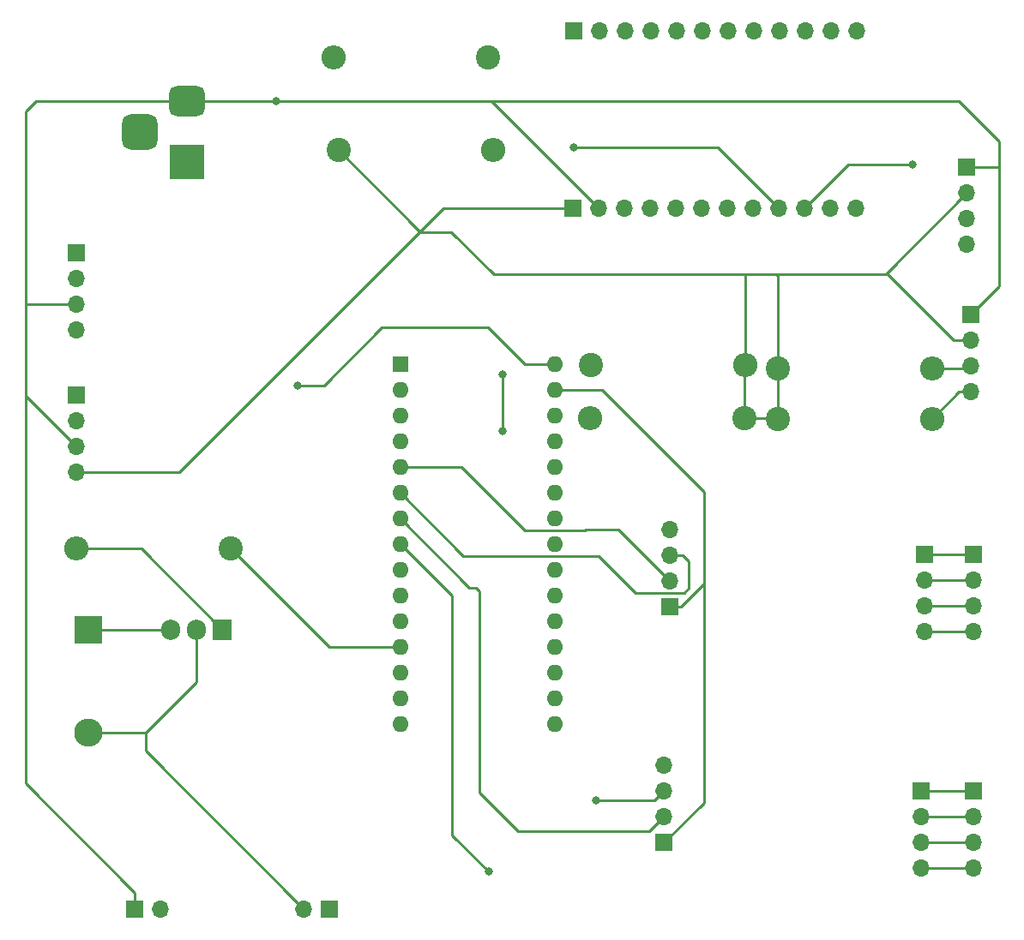
<source format=gbr>
%TF.GenerationSoftware,KiCad,Pcbnew,(6.0.9)*%
%TF.CreationDate,2023-05-30T21:41:48+01:00*%
%TF.ProjectId,UDSWB_MAINBOARD,55445357-425f-44d4-9149-4e424f415244,rev?*%
%TF.SameCoordinates,Original*%
%TF.FileFunction,Copper,L1,Top*%
%TF.FilePolarity,Positive*%
%FSLAX46Y46*%
G04 Gerber Fmt 4.6, Leading zero omitted, Abs format (unit mm)*
G04 Created by KiCad (PCBNEW (6.0.9)) date 2023-05-30 21:41:48*
%MOMM*%
%LPD*%
G01*
G04 APERTURE LIST*
G04 Aperture macros list*
%AMRoundRect*
0 Rectangle with rounded corners*
0 $1 Rounding radius*
0 $2 $3 $4 $5 $6 $7 $8 $9 X,Y pos of 4 corners*
0 Add a 4 corners polygon primitive as box body*
4,1,4,$2,$3,$4,$5,$6,$7,$8,$9,$2,$3,0*
0 Add four circle primitives for the rounded corners*
1,1,$1+$1,$2,$3*
1,1,$1+$1,$4,$5*
1,1,$1+$1,$6,$7*
1,1,$1+$1,$8,$9*
0 Add four rect primitives between the rounded corners*
20,1,$1+$1,$2,$3,$4,$5,0*
20,1,$1+$1,$4,$5,$6,$7,0*
20,1,$1+$1,$6,$7,$8,$9,0*
20,1,$1+$1,$8,$9,$2,$3,0*%
G04 Aperture macros list end*
%TA.AperFunction,ComponentPad*%
%ADD10R,1.700000X1.700000*%
%TD*%
%TA.AperFunction,ComponentPad*%
%ADD11O,1.700000X1.700000*%
%TD*%
%TA.AperFunction,ComponentPad*%
%ADD12C,2.400000*%
%TD*%
%TA.AperFunction,ComponentPad*%
%ADD13O,2.400000X2.400000*%
%TD*%
%TA.AperFunction,ComponentPad*%
%ADD14O,1.905000X2.000000*%
%TD*%
%TA.AperFunction,ComponentPad*%
%ADD15R,1.905000X2.000000*%
%TD*%
%TA.AperFunction,ComponentPad*%
%ADD16R,3.500000X3.500000*%
%TD*%
%TA.AperFunction,ComponentPad*%
%ADD17RoundRect,0.750000X-1.000000X0.750000X-1.000000X-0.750000X1.000000X-0.750000X1.000000X0.750000X0*%
%TD*%
%TA.AperFunction,ComponentPad*%
%ADD18RoundRect,0.875000X-0.875000X0.875000X-0.875000X-0.875000X0.875000X-0.875000X0.875000X0.875000X0*%
%TD*%
%TA.AperFunction,ComponentPad*%
%ADD19R,2.800000X2.800000*%
%TD*%
%TA.AperFunction,ComponentPad*%
%ADD20O,2.800000X2.800000*%
%TD*%
%TA.AperFunction,ComponentPad*%
%ADD21R,1.600000X1.600000*%
%TD*%
%TA.AperFunction,ComponentPad*%
%ADD22O,1.600000X1.600000*%
%TD*%
%TA.AperFunction,ViaPad*%
%ADD23C,0.800000*%
%TD*%
%TA.AperFunction,Conductor*%
%ADD24C,0.250000*%
%TD*%
G04 APERTURE END LIST*
D10*
%TO.P,J5,1,Pin_1*%
%TO.N,/GND*%
X105575000Y-102925000D03*
D11*
%TO.P,J5,2,Pin_2*%
%TO.N,/UF_DT*%
X105575000Y-100385000D03*
%TO.P,J5,3,Pin_3*%
%TO.N,/UF_SCK*%
X105575000Y-97845000D03*
%TO.P,J5,4,Pin_4*%
%TO.N,/VCC_5DC*%
X105575000Y-95305000D03*
%TD*%
D10*
%TO.P,Pump Switch,1,A*%
%TO.N,/GND*%
X52800000Y-132800000D03*
D11*
%TO.P,Pump Switch,2,B*%
%TO.N,Net-(D1-Pad1)*%
X55340000Y-132800000D03*
%TD*%
D12*
%TO.P,R7,1*%
%TO.N,/VCC_3.3DC*%
X116230000Y-79350000D03*
D13*
%TO.P,R7,2*%
%TO.N,Net-(J12-Pad3)*%
X131470000Y-79350000D03*
%TD*%
D12*
%TO.P,R6,1*%
%TO.N,/VCC_3.3DC*%
X116230000Y-84350000D03*
D13*
%TO.P,R6,2*%
%TO.N,Net-(J12-Pad4)*%
X131470000Y-84350000D03*
%TD*%
D12*
%TO.P,R5,1*%
%TO.N,/VCC_3.3DC*%
X112995000Y-84275000D03*
D13*
%TO.P,R5,2*%
%TO.N,Net-(J11-Pad3)*%
X97755000Y-84275000D03*
%TD*%
D12*
%TO.P,R4,1*%
%TO.N,/MUX_SCL*%
X97825000Y-79025000D03*
D13*
%TO.P,R4,2*%
%TO.N,/VCC_3.3DC*%
X113065000Y-79025000D03*
%TD*%
D12*
%TO.P,R3,1*%
%TO.N,/VCC_3.3DC*%
X72875000Y-57825000D03*
D13*
%TO.P,R3,2*%
%TO.N,Net-(J11-Pad4)*%
X88115000Y-57825000D03*
%TD*%
D12*
%TO.P,R2,1*%
%TO.N,/MUX_SDA*%
X87645000Y-48675000D03*
D13*
%TO.P,R2,2*%
%TO.N,/VCC_3.3DC*%
X72405000Y-48675000D03*
%TD*%
D12*
%TO.P,R1,1*%
%TO.N,/MOTOR_PWM*%
X62200000Y-97200000D03*
D13*
%TO.P,R1,2*%
%TO.N,Net-(Q1-Pad1)*%
X46960000Y-97200000D03*
%TD*%
D14*
%TO.P,Q1,3,E*%
%TO.N,Net-(D1-Pad1)*%
X56320000Y-105200000D03*
%TO.P,Q1,2,C*%
%TO.N,Net-(D1-Pad2)*%
X58860000Y-105200000D03*
D15*
%TO.P,Q1,1,B*%
%TO.N,Net-(Q1-Pad1)*%
X61400000Y-105200000D03*
%TD*%
D10*
%TO.P,J14,1,Pin_1*%
%TO.N,unconnected-(J14-Pad1)*%
X96100000Y-46000000D03*
D11*
%TO.P,J14,2,Pin_2*%
%TO.N,unconnected-(J14-Pad2)*%
X98640000Y-46000000D03*
%TO.P,J14,3,Pin_3*%
%TO.N,unconnected-(J14-Pad3)*%
X101180000Y-46000000D03*
%TO.P,J14,4,Pin_4*%
%TO.N,unconnected-(J14-Pad4)*%
X103720000Y-46000000D03*
%TO.P,J14,5,Pin_5*%
%TO.N,unconnected-(J14-Pad5)*%
X106260000Y-46000000D03*
%TO.P,J14,6,Pin_6*%
%TO.N,unconnected-(J14-Pad6)*%
X108800000Y-46000000D03*
%TO.P,J14,7,Pin_7*%
%TO.N,unconnected-(J14-Pad7)*%
X111340000Y-46000000D03*
%TO.P,J14,8,Pin_8*%
%TO.N,unconnected-(J14-Pad8)*%
X113880000Y-46000000D03*
%TO.P,J14,9,Pin_9*%
%TO.N,unconnected-(J14-Pad9)*%
X116420000Y-46000000D03*
%TO.P,J14,10,Pin_10*%
%TO.N,unconnected-(J14-Pad10)*%
X118960000Y-46000000D03*
%TO.P,J14,11,Pin_11*%
%TO.N,unconnected-(J14-Pad11)*%
X121500000Y-46000000D03*
%TO.P,J14,12,Pin_12*%
%TO.N,unconnected-(J14-Pad12)*%
X124040000Y-46000000D03*
%TD*%
D10*
%TO.P,J13,1,Pin_1*%
%TO.N,/VCC_3.3DC*%
X96000000Y-63600000D03*
D11*
%TO.P,J13,2,Pin_2*%
%TO.N,/GND*%
X98540000Y-63600000D03*
%TO.P,J13,3,Pin_3*%
%TO.N,/MUX_SDA*%
X101080000Y-63600000D03*
%TO.P,J13,4,Pin_4*%
%TO.N,/MUX_SCL*%
X103620000Y-63600000D03*
%TO.P,J13,5,Pin_5*%
%TO.N,unconnected-(J13-Pad5)*%
X106160000Y-63600000D03*
%TO.P,J13,6,Pin_6*%
%TO.N,unconnected-(J13-Pad6)*%
X108700000Y-63600000D03*
%TO.P,J13,7,Pin_7*%
%TO.N,unconnected-(J13-Pad7)*%
X111240000Y-63600000D03*
%TO.P,J13,8,Pin_8*%
%TO.N,unconnected-(J13-Pad8)*%
X113780000Y-63600000D03*
%TO.P,J13,9,Pin_9*%
%TO.N,Net-(J11-Pad4)*%
X116320000Y-63600000D03*
%TO.P,J13,10,Pin_10*%
%TO.N,Net-(J11-Pad3)*%
X118860000Y-63600000D03*
%TO.P,J13,11,Pin_11*%
%TO.N,Net-(J12-Pad4)*%
X121400000Y-63600000D03*
%TO.P,J13,12,Pin_12*%
%TO.N,Net-(J12-Pad3)*%
X123940000Y-63600000D03*
%TD*%
D10*
%TO.P,J12,1,Pin_1*%
%TO.N,/GND*%
X135275000Y-74050000D03*
D11*
%TO.P,J12,2,Pin_2*%
%TO.N,/VCC_3.3DC*%
X135275000Y-76590000D03*
%TO.P,J12,3,Pin_3*%
%TO.N,Net-(J12-Pad3)*%
X135275000Y-79130000D03*
%TO.P,J12,4,Pin_4*%
%TO.N,Net-(J12-Pad4)*%
X135275000Y-81670000D03*
%TD*%
D10*
%TO.P,J11,1,Pin_1*%
%TO.N,/GND*%
X134900000Y-59525000D03*
D11*
%TO.P,J11,2,Pin_2*%
%TO.N,/VCC_3.3DC*%
X134900000Y-62065000D03*
%TO.P,J11,3,Pin_3*%
%TO.N,Net-(J11-Pad3)*%
X134900000Y-64605000D03*
%TO.P,J11,4,Pin_4*%
%TO.N,Net-(J11-Pad4)*%
X134900000Y-67145000D03*
%TD*%
D10*
%TO.P,PUMP,1,Pin_1*%
%TO.N,/VCC_12DC*%
X72000000Y-132800000D03*
D11*
%TO.P,PUMP,2,Pin_2*%
%TO.N,Net-(D1-Pad2)*%
X69460000Y-132800000D03*
%TD*%
D10*
%TO.P,J9,1,Pin_1*%
%TO.N,unconnected-(J9-Pad1)*%
X47000000Y-82000000D03*
D11*
%TO.P,J9,2,Pin_2*%
%TO.N,/VCC_12DC*%
X47000000Y-84540000D03*
%TO.P,J9,3,Pin_3*%
%TO.N,/GND*%
X47000000Y-87080000D03*
%TO.P,J9,4,Pin_4*%
%TO.N,/VCC_3.3DC*%
X47000000Y-89620000D03*
%TD*%
D10*
%TO.P,J8,1,Pin_1*%
%TO.N,unconnected-(J8-Pad1)*%
X47000000Y-68000000D03*
D11*
%TO.P,J8,2,Pin_2*%
%TO.N,/VCC_12DC*%
X47000000Y-70540000D03*
%TO.P,J8,3,Pin_3*%
%TO.N,/GND*%
X47000000Y-73080000D03*
%TO.P,J8,4,Pin_4*%
%TO.N,/VCC_5DC*%
X47000000Y-75620000D03*
%TD*%
D16*
%TO.P,J7,1*%
%TO.N,/VCC_12DC*%
X57957500Y-59000000D03*
D17*
%TO.P,J7,2*%
%TO.N,/GND*%
X57957500Y-53000000D03*
D18*
%TO.P,J7,3*%
%TO.N,N/C*%
X53257500Y-56000000D03*
%TD*%
D11*
%TO.P,J6,4,Pin_4*%
%TO.N,/VCC_5DC*%
X105025000Y-118600000D03*
%TO.P,J6,3,Pin_3*%
%TO.N,/VI_SCK*%
X105025000Y-121140000D03*
%TO.P,J6,2,Pin_2*%
%TO.N,/VI_DT*%
X105025000Y-123680000D03*
D10*
%TO.P,J6,1,Pin_1*%
%TO.N,/GND*%
X105025000Y-126220000D03*
%TD*%
%TO.P,J4,1,Pin_1*%
%TO.N,Net-(J2-Pad1)*%
X130375000Y-121150000D03*
D11*
%TO.P,J4,2,Pin_2*%
%TO.N,Net-(J2-Pad2)*%
X130375000Y-123690000D03*
%TO.P,J4,3,Pin_3*%
%TO.N,Net-(J2-Pad3)*%
X130375000Y-126230000D03*
%TO.P,J4,4,Pin_4*%
%TO.N,Net-(J2-Pad4)*%
X130375000Y-128770000D03*
%TD*%
D10*
%TO.P,J3,1,Pin_1*%
%TO.N,Net-(J1-Pad1)*%
X130775000Y-97800000D03*
D11*
%TO.P,J3,2,Pin_2*%
%TO.N,Net-(J1-Pad2)*%
X130775000Y-100340000D03*
%TO.P,J3,3,Pin_3*%
%TO.N,Net-(J1-Pad3)*%
X130775000Y-102880000D03*
%TO.P,J3,4,Pin_4*%
%TO.N,Net-(J1-Pad4)*%
X130775000Y-105420000D03*
%TD*%
D10*
%TO.P,J2,1,Pin_1*%
%TO.N,Net-(J2-Pad1)*%
X135575000Y-121150000D03*
D11*
%TO.P,J2,2,Pin_2*%
%TO.N,Net-(J2-Pad2)*%
X135575000Y-123690000D03*
%TO.P,J2,3,Pin_3*%
%TO.N,Net-(J2-Pad3)*%
X135575000Y-126230000D03*
%TO.P,J2,4,Pin_4*%
%TO.N,Net-(J2-Pad4)*%
X135575000Y-128770000D03*
%TD*%
D10*
%TO.P,J1,1,Pin_1*%
%TO.N,Net-(J1-Pad1)*%
X135525000Y-97775000D03*
D11*
%TO.P,J1,2,Pin_2*%
%TO.N,Net-(J1-Pad2)*%
X135525000Y-100315000D03*
%TO.P,J1,3,Pin_3*%
%TO.N,Net-(J1-Pad3)*%
X135525000Y-102855000D03*
%TO.P,J1,4,Pin_4*%
%TO.N,Net-(J1-Pad4)*%
X135525000Y-105395000D03*
%TD*%
D19*
%TO.P,D1,1,K*%
%TO.N,Net-(D1-Pad1)*%
X48200000Y-105200000D03*
D20*
%TO.P,D1,2,A*%
%TO.N,Net-(D1-Pad2)*%
X48200000Y-115360000D03*
%TD*%
D21*
%TO.P,A1,1,D1/TX*%
%TO.N,unconnected-(A1-Pad1)*%
X79000000Y-79000000D03*
D22*
%TO.P,A1,2,D0/RX*%
%TO.N,unconnected-(A1-Pad2)*%
X79000000Y-81540000D03*
%TO.P,A1,3,~{RESET}*%
%TO.N,unconnected-(A1-Pad3)*%
X79000000Y-84080000D03*
%TO.P,A1,4,GND*%
%TO.N,/GND*%
X79000000Y-86620000D03*
%TO.P,A1,5,D2*%
%TO.N,/UF_DT*%
X79000000Y-89160000D03*
%TO.P,A1,6,D3*%
%TO.N,/UF_SCK*%
X79000000Y-91700000D03*
%TO.P,A1,7,D4*%
%TO.N,/VI_DT*%
X79000000Y-94240000D03*
%TO.P,A1,8,D5*%
%TO.N,/VI_SCK*%
X79000000Y-96780000D03*
%TO.P,A1,9,D6*%
%TO.N,unconnected-(A1-Pad9)*%
X79000000Y-99320000D03*
%TO.P,A1,10,D7*%
%TO.N,unconnected-(A1-Pad10)*%
X79000000Y-101860000D03*
%TO.P,A1,11,D8*%
%TO.N,unconnected-(A1-Pad11)*%
X79000000Y-104400000D03*
%TO.P,A1,12,D9*%
%TO.N,/MOTOR_PWM*%
X79000000Y-106940000D03*
%TO.P,A1,13,D10*%
%TO.N,unconnected-(A1-Pad13)*%
X79000000Y-109480000D03*
%TO.P,A1,14,D11*%
%TO.N,unconnected-(A1-Pad14)*%
X79000000Y-112020000D03*
%TO.P,A1,15,D12*%
%TO.N,unconnected-(A1-Pad15)*%
X79000000Y-114560000D03*
%TO.P,A1,16,D13*%
%TO.N,unconnected-(A1-Pad16)*%
X94240000Y-114560000D03*
%TO.P,A1,17,3V3*%
%TO.N,unconnected-(A1-Pad17)*%
X94240000Y-112020000D03*
%TO.P,A1,18,AREF*%
%TO.N,unconnected-(A1-Pad18)*%
X94240000Y-109480000D03*
%TO.P,A1,19,A0*%
%TO.N,unconnected-(A1-Pad19)*%
X94240000Y-106940000D03*
%TO.P,A1,20,A1*%
%TO.N,unconnected-(A1-Pad20)*%
X94240000Y-104400000D03*
%TO.P,A1,21,A2*%
%TO.N,unconnected-(A1-Pad21)*%
X94240000Y-101860000D03*
%TO.P,A1,22,A3*%
%TO.N,unconnected-(A1-Pad22)*%
X94240000Y-99320000D03*
%TO.P,A1,23,A4*%
%TO.N,/MUX_SDA*%
X94240000Y-96780000D03*
%TO.P,A1,24,A5*%
%TO.N,/MUX_SCL*%
X94240000Y-94240000D03*
%TO.P,A1,25,A6*%
%TO.N,unconnected-(A1-Pad25)*%
X94240000Y-91700000D03*
%TO.P,A1,26,A7*%
%TO.N,unconnected-(A1-Pad26)*%
X94240000Y-89160000D03*
%TO.P,A1,27,+5V*%
%TO.N,unconnected-(A1-Pad27)*%
X94240000Y-86620000D03*
%TO.P,A1,28,~{RESET}*%
%TO.N,unconnected-(A1-Pad28)*%
X94240000Y-84080000D03*
%TO.P,A1,29,GND*%
%TO.N,/GND*%
X94240000Y-81540000D03*
%TO.P,A1,30,VIN*%
%TO.N,/VCC_5DC*%
X94240000Y-79000000D03*
%TD*%
D23*
%TO.N,/VCC_5DC*%
X68875000Y-81050000D03*
%TO.N,/VI_SCK*%
X98300000Y-122100000D03*
X87700000Y-129125000D03*
%TO.N,/MUX_SDA*%
X89075000Y-79950000D03*
X89075000Y-85600000D03*
%TO.N,/GND*%
X66750000Y-53000000D03*
%TO.N,Net-(J11-Pad3)*%
X129525000Y-59275000D03*
%TO.N,Net-(J11-Pad4)*%
X96100000Y-57575000D03*
%TD*%
D24*
%TO.N,Net-(Q1-Pad1)*%
X53400000Y-97200000D02*
X61400000Y-105200000D01*
%TO.N,Net-(D1-Pad1)*%
X48200000Y-105200000D02*
X56320000Y-105200000D01*
%TO.N,Net-(D1-Pad2)*%
X53840000Y-115360000D02*
X58860000Y-110340000D01*
X58860000Y-110340000D02*
X58860000Y-105200000D01*
%TO.N,/GND*%
X42045000Y-73080000D02*
X42000000Y-73125000D01*
X47000000Y-73080000D02*
X42045000Y-73080000D01*
X42000000Y-73125000D02*
X42000000Y-81600000D01*
X42000000Y-54000000D02*
X42000000Y-73125000D01*
%TO.N,/VI_DT*%
X86825000Y-121325000D02*
X90625000Y-125125000D01*
X86825000Y-101400000D02*
X86825000Y-121325000D01*
X103580000Y-125125000D02*
X105025000Y-123680000D01*
X86450000Y-101025000D02*
X86825000Y-101400000D01*
X90625000Y-125125000D02*
X103580000Y-125125000D01*
X85785000Y-101025000D02*
X86450000Y-101025000D01*
X79000000Y-94240000D02*
X85785000Y-101025000D01*
%TO.N,/VI_SCK*%
X104065000Y-122100000D02*
X105025000Y-121140000D01*
X98300000Y-122100000D02*
X104065000Y-122100000D01*
%TO.N,/UF_DT*%
X100515000Y-95325000D02*
X105575000Y-100385000D01*
X97300000Y-95325000D02*
X100515000Y-95325000D01*
%TO.N,/UF_SCK*%
X106870000Y-97845000D02*
X105575000Y-97845000D01*
X107475000Y-101100000D02*
X107475000Y-98450000D01*
X98555000Y-97905000D02*
X102210000Y-101560000D01*
X107475000Y-98450000D02*
X106870000Y-97845000D01*
X85205000Y-97905000D02*
X98555000Y-97905000D01*
X102210000Y-101560000D02*
X107015000Y-101560000D01*
X107015000Y-101560000D02*
X107475000Y-101100000D01*
X79000000Y-91700000D02*
X85205000Y-97905000D01*
%TO.N,/GND*%
X108950000Y-100675000D02*
X108950000Y-122295000D01*
X108950000Y-122295000D02*
X105025000Y-126220000D01*
X108950000Y-100675000D02*
X106700000Y-102925000D01*
X106700000Y-102925000D02*
X105575000Y-102925000D01*
X98940000Y-81540000D02*
X108950000Y-91550000D01*
X108950000Y-91550000D02*
X108950000Y-100675000D01*
X94240000Y-81540000D02*
X98940000Y-81540000D01*
%TO.N,/MUX_SDA*%
X89075000Y-85600000D02*
X89075000Y-79950000D01*
%TO.N,/VCC_3.3DC*%
X83200000Y-63600000D02*
X96000000Y-63600000D01*
X80887500Y-65912500D02*
X83200000Y-63600000D01*
X116230000Y-70255000D02*
X116200000Y-70225000D01*
X116230000Y-79350000D02*
X116230000Y-70255000D01*
%TO.N,/GND*%
X66750000Y-53000000D02*
X87940000Y-53000000D01*
%TO.N,/VCC_5DC*%
X91275000Y-79000000D02*
X94240000Y-79000000D01*
X77175000Y-75325000D02*
X87600000Y-75325000D01*
X71450000Y-81050000D02*
X77175000Y-75325000D01*
X87600000Y-75325000D02*
X91275000Y-79000000D01*
X68875000Y-81050000D02*
X71450000Y-81050000D01*
%TO.N,Net-(J11-Pad3)*%
X123185000Y-59275000D02*
X129525000Y-59275000D01*
X118860000Y-63600000D02*
X123185000Y-59275000D01*
%TO.N,Net-(J11-Pad4)*%
X110295000Y-57575000D02*
X116320000Y-63600000D01*
X96100000Y-57575000D02*
X110295000Y-57575000D01*
%TO.N,/VCC_3.3DC*%
X80887500Y-65837500D02*
X80887500Y-65912500D01*
X72875000Y-57825000D02*
X80887500Y-65837500D01*
X113065000Y-70115000D02*
X113025000Y-70075000D01*
X113065000Y-79025000D02*
X113065000Y-70115000D01*
X113025000Y-70075000D02*
X126890000Y-70075000D01*
X88200000Y-70075000D02*
X113025000Y-70075000D01*
X112995000Y-79095000D02*
X113065000Y-79025000D01*
X112995000Y-84275000D02*
X112995000Y-79095000D01*
X116155000Y-84275000D02*
X116230000Y-84350000D01*
X112995000Y-84275000D02*
X116155000Y-84275000D01*
X133640000Y-76590000D02*
X135275000Y-76590000D01*
X127007500Y-69957500D02*
X133640000Y-76590000D01*
X127007500Y-69957500D02*
X134900000Y-62065000D01*
X126890000Y-70075000D02*
X127007500Y-69957500D01*
X84037500Y-65912500D02*
X88200000Y-70075000D01*
X80887500Y-65912500D02*
X84037500Y-65912500D01*
X57180000Y-89620000D02*
X80887500Y-65912500D01*
%TO.N,/GND*%
X138025000Y-59525000D02*
X138075000Y-59575000D01*
X138075000Y-59575000D02*
X138075000Y-71250000D01*
X134900000Y-59525000D02*
X138025000Y-59525000D01*
X138075000Y-56950000D02*
X138075000Y-59575000D01*
X134125000Y-53000000D02*
X138075000Y-56950000D01*
X138075000Y-71250000D02*
X135275000Y-74050000D01*
X87940000Y-53000000D02*
X134125000Y-53000000D01*
%TO.N,/VCC_3.3DC*%
X116230000Y-84350000D02*
X116230000Y-79350000D01*
%TO.N,Net-(J12-Pad3)*%
X135055000Y-79350000D02*
X135275000Y-79130000D01*
X131470000Y-79350000D02*
X135055000Y-79350000D01*
%TO.N,Net-(J12-Pad4)*%
X134150000Y-81670000D02*
X135275000Y-81670000D01*
X131470000Y-84350000D02*
X134150000Y-81670000D01*
%TO.N,Net-(J2-Pad4)*%
X130375000Y-128770000D02*
X135575000Y-128770000D01*
%TO.N,Net-(J2-Pad3)*%
X130375000Y-126230000D02*
X135575000Y-126230000D01*
%TO.N,Net-(J2-Pad2)*%
X130375000Y-123690000D02*
X135575000Y-123690000D01*
%TO.N,Net-(J2-Pad1)*%
X130375000Y-121150000D02*
X135575000Y-121150000D01*
%TO.N,Net-(J1-Pad4)*%
X135500000Y-105420000D02*
X135525000Y-105395000D01*
X130775000Y-105420000D02*
X135500000Y-105420000D01*
%TO.N,Net-(J1-Pad3)*%
X135500000Y-102880000D02*
X135525000Y-102855000D01*
X130775000Y-102880000D02*
X135500000Y-102880000D01*
%TO.N,Net-(J1-Pad2)*%
X135500000Y-100340000D02*
X135525000Y-100315000D01*
X130775000Y-100340000D02*
X135500000Y-100340000D01*
%TO.N,Net-(J1-Pad1)*%
X135500000Y-97800000D02*
X135525000Y-97775000D01*
X130775000Y-97800000D02*
X135500000Y-97800000D01*
%TO.N,/UF_DT*%
X97200000Y-95425000D02*
X97300000Y-95325000D01*
X85035000Y-89160000D02*
X91300000Y-95425000D01*
X91300000Y-95425000D02*
X97200000Y-95425000D01*
X79000000Y-89160000D02*
X85035000Y-89160000D01*
%TO.N,/VI_SCK*%
X84075000Y-125500000D02*
X87700000Y-129125000D01*
X84075000Y-101855000D02*
X84075000Y-125500000D01*
X79000000Y-96780000D02*
X84075000Y-101855000D01*
%TO.N,/GND*%
X87940000Y-53000000D02*
X98540000Y-63600000D01*
X57957500Y-53000000D02*
X66750000Y-53000000D01*
%TO.N,/VCC_3.3DC*%
X47000000Y-89620000D02*
X57180000Y-89620000D01*
%TO.N,Net-(D1-Pad2)*%
X53840000Y-117180000D02*
X69460000Y-132800000D01*
X53840000Y-115360000D02*
X53840000Y-117180000D01*
%TO.N,/GND*%
X52800000Y-131200000D02*
X42000000Y-120400000D01*
X42000000Y-120400000D02*
X42000000Y-81600000D01*
X42000000Y-81600000D02*
X42000000Y-82080000D01*
X52800000Y-132800000D02*
X52800000Y-131200000D01*
%TO.N,Net-(Q1-Pad1)*%
X46960000Y-97200000D02*
X53400000Y-97200000D01*
%TO.N,Net-(D1-Pad2)*%
X48200000Y-115360000D02*
X53840000Y-115360000D01*
%TO.N,/MOTOR_PWM*%
X71940000Y-106940000D02*
X79000000Y-106940000D01*
X62200000Y-97200000D02*
X71940000Y-106940000D01*
%TO.N,/GND*%
X42000000Y-82080000D02*
X47000000Y-87080000D01*
X43000000Y-53000000D02*
X42000000Y-54000000D01*
X57957500Y-53000000D02*
X43000000Y-53000000D01*
%TD*%
M02*

</source>
